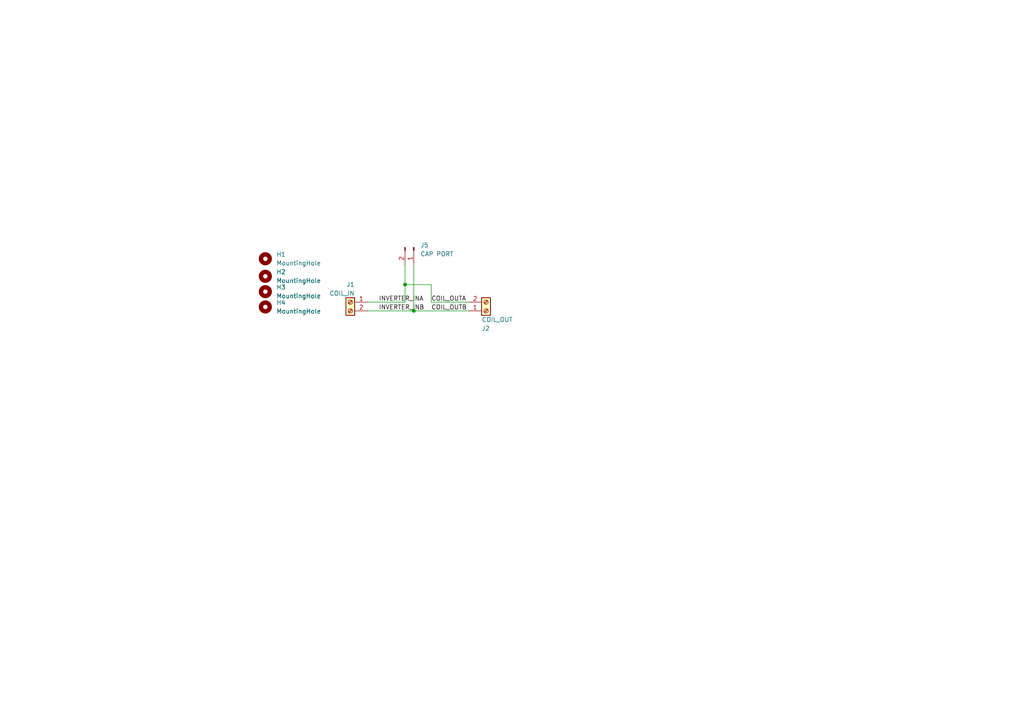
<source format=kicad_sch>
(kicad_sch (version 20230121) (generator eeschema)
  (paper "A4")
  (lib_symbols
    (symbol "Connector:Conn_01x02_Pin" (pin_names (offset 1.016) hide)
      (property "Reference" "J" (at 0 2.54 0))
      (property "Value" "Conn_01x02_Pin" (at 0 -5.08 0))
      (symbol "Conn_01x02_Pin_1_1"
        (polyline (pts (xy 1.27 -2.54) (xy 0.8636 -2.54)) (stroke (width 0.1524)))
        (polyline (pts (xy 1.27 0) (xy 0.8636 0)) (stroke (width 0.1524)))
        (rectangle (start 0.8636 -2.413) (end 0 -2.667) (stroke (width 0.1524)) (fill (type outline)))
        (rectangle (start 0.8636 0.127) (end 0 -0.127) (stroke (width 0.1524)) (fill (type outline)))
        (pin passive line (at 5.08 0 180) (length 3.81) (name "Pin_1") (number "1"))
        (pin passive line (at 5.08 -2.54 180) (length 3.81) (name "Pin_2") (number "2"))
      )
    )
    (symbol "Connector:Screw_Terminal_01x02" (pin_names (offset 1.016) hide)
      (property "Reference" "J" (at 0 2.54 0))
      (property "Value" "Screw_Terminal_01x02" (at 0 -5.08 0))
      (symbol "Screw_Terminal_01x02_1_1"
        (rectangle (start -1.27 1.27) (end 1.27 -3.81) (stroke (width 0.254)) (fill (type background)))
        (circle (center 0 -2.54) (radius 0.635) (stroke (width 0.1524)))
        (polyline (pts (xy -0.5334 -2.2098) (xy 0.3302 -3.048)) (stroke (width 0.1524)))
        (polyline (pts (xy -0.5334 0.3302) (xy 0.3302 -0.508)) (stroke (width 0.1524)))
        (polyline (pts (xy -0.3556 -2.032) (xy 0.508 -2.8702)) (stroke (width 0.1524)))
        (polyline (pts (xy -0.3556 0.508) (xy 0.508 -0.3302)) (stroke (width 0.1524)))
        (circle (center 0 0) (radius 0.635) (stroke (width 0.1524)))
        (pin passive line (at -5.08 0 0) (length 3.81) (name "Pin_1") (number "1"))
        (pin passive line (at -5.08 -2.54 0) (length 3.81) (name "Pin_2") (number "2"))
      )
    )
    (symbol "Mechanical:MountingHole" (pin_names (offset 1.016))
      (property "Reference" "H" (at 0 5.08 0))
      (property "Value" "MountingHole" (at 0 3.175 0))
      (symbol "MountingHole_0_1"
        (circle (center 0 0) (radius 1.27) (stroke (width 1.27)))
      )
    )
  )
  (junction (at 120.015 90.17))
  (junction (at 117.475 82.55))
  (wire (pts (xy 125.095 87.63) (xy 135.89 87.63)))
  (wire (pts (xy 117.475 82.55) (xy 117.475 76.835)))
  (wire (pts (xy 125.095 82.55) (xy 125.095 87.63)))
  (wire (pts (xy 117.475 87.63) (xy 117.475 82.55)))
  (wire (pts (xy 120.015 90.17) (xy 106.68 90.17)))
  (wire (pts (xy 117.475 82.55) (xy 125.095 82.55)))
  (wire (pts (xy 120.015 90.17) (xy 135.89 90.17)))
  (wire (pts (xy 106.68 87.63) (xy 117.475 87.63)))
  (wire (pts (xy 120.015 76.835) (xy 120.015 90.17)))
  (label "INVERTER_INB" (at 109.855 90.17 0))
  (label "COIL_OUTA" (at 125.095 87.63 0))
  (label "INVERTER_INA" (at 109.855 87.63 0))
  (label "COIL_OUTB" (at 125.095 90.17 0))
  (symbol (lib_id "Connector:Screw_Terminal_01x02") (at 140.97 90.17 0) (mirror x) (unit 1)
    (property "Reference" "J2" (at 139.7 95.25 0) (effects (justify left)))
    (property "Value" "COIL_OUT" (at 139.7 92.71 0) (effects (justify left)))
    (property "Footprint" "HB9500:HB9500" (effects hide))
  )
  (symbol (lib_id "Connector:Conn_01x02_Pin") (at 120.015 71.755 270) (unit 1)
    (property "Reference" "J5" (at 121.92 71.12 90) (effects (justify left)))
    (property "Value" "CAP PORT" (at 121.92 73.66 90) (effects (justify left)))
    (property "Footprint" "Connector_AMASS:AMASS_XT60-M_1x02_P7.20mm_Vertical" (effects hide))
  )
  (symbol (lib_id "Mechanical:MountingHole") (at 76.962 84.582 0) (unit 1)
    (property "Reference" "H3" (at 80.137 83.312 0) (effects (justify left)))
    (property "Value" "MountingHole" (at 80.137 85.852 0) (effects (justify left)))
    (property "Footprint" "MountingHole:MountingHole_3.2mm_M3" (effects hide))
  )
  (symbol (lib_id "Mechanical:MountingHole") (at 76.962 89.027 0) (unit 1)
    (property "Reference" "H4" (at 80.137 87.757 0) (effects (justify left)))
    (property "Value" "MountingHole" (at 80.137 90.297 0) (effects (justify left)))
    (property "Footprint" "MountingHole:MountingHole_3.2mm_M3" (effects hide))
  )
  (symbol (lib_id "Mechanical:MountingHole") (at 76.962 80.137 0) (unit 1)
    (property "Reference" "H2" (at 80.137 78.867 0) (effects (justify left)))
    (property "Value" "MountingHole" (at 80.137 81.407 0) (effects (justify left)))
    (property "Footprint" "MountingHole:MountingHole_3.2mm_M3" (effects hide))
  )
  (symbol (lib_id "Mechanical:MountingHole") (at 76.962 75.057 0) (unit 1)
    (property "Reference" "H1" (at 80.137 73.787 0) (effects (justify left)))
    (property "Value" "MountingHole" (at 80.137 76.327 0) (effects (justify left)))
    (property "Footprint" "MountingHole:MountingHole_3.2mm_M3" (effects hide))
  )
  (symbol (lib_id "Connector:Screw_Terminal_01x02") (at 101.6 87.63 0) (mirror y) (unit 1)
    (property "Reference" "J1" (at 102.87 82.55 0) (effects (justify left)))
    (property "Value" "COIL_IN" (at 102.87 85.09 0) (effects (justify left)))
    (property "Footprint" "HB9500:HB9500" (effects hide))
  )
)
</source>
